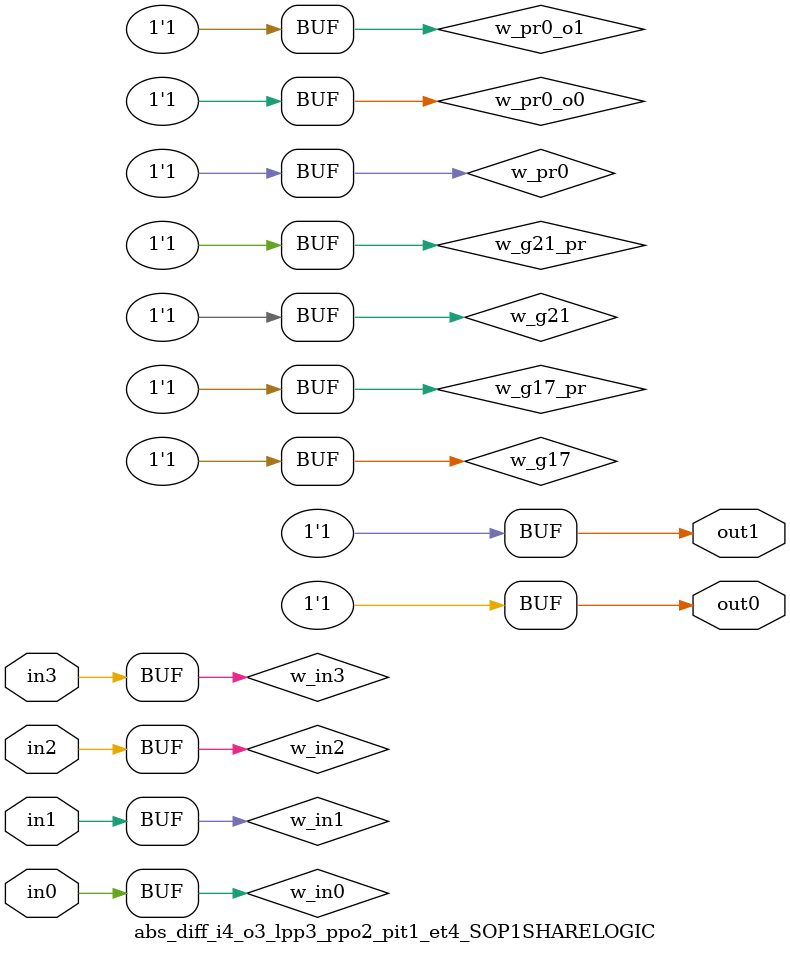
<source format=v>
module abs_diff_i4_o3_lpp3_ppo2_pit1_et4_SOP1SHARELOGIC (in0, in1, in2, in3, out0, out1);
// declaring inputs
input in0,  in1,  in2,  in3;
// declaring outputs
output out0,  out1;
// JSON model input
wire w_in3, w_in2, w_in1, w_in0;
// JSON model output
wire w_g17, w_g21;
//json model
wire w_g17_pr, w_g21_pr, w_pr0_o0, w_pr0_o1, w_pr0;
// JSON model input assign
assign w_in3 = in3;
assign w_in2 = in2;
assign w_in1 = in1;
assign w_in0 = in0;

//json model assigns (approximated Shared/XPAT part)
//assign literals to products
assign w_pr0 = 1;
//if a product has literals and if the product is being "activated" for that output
assign w_pr0_o0 = w_pr0 & 1;
assign w_pr0_o1 = w_pr0 & 1;
//compose an output with corresponding products (OR)
assign w_g17 = w_pr0_o0;
assign w_g21 = w_pr0_o1;
//if an output has products and if it is part of the JSON model
assign w_g17_pr = w_g17 & 1;
assign w_g21_pr = w_g21 & 1;
// output assigns
assign out0 = w_g17_pr;
assign out1 = w_g21_pr;
endmodule
</source>
